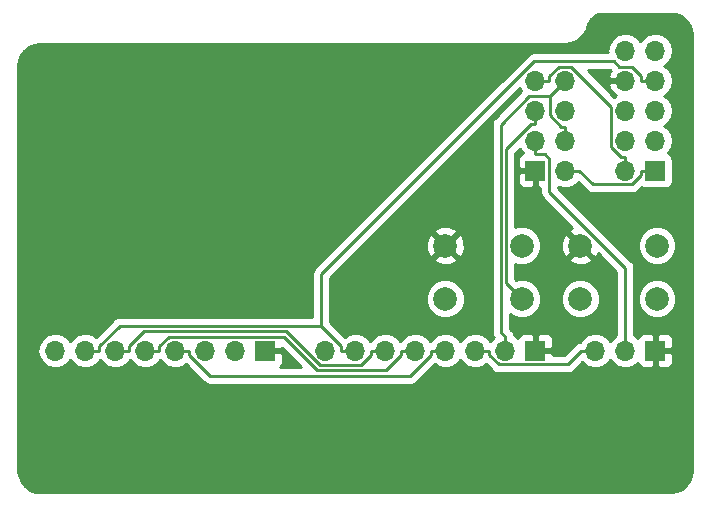
<source format=gbr>
G04 #@! TF.GenerationSoftware,KiCad,Pcbnew,5.0.2+dfsg1-1*
G04 #@! TF.CreationDate,2020-10-09T16:27:47-03:00*
G04 #@! TF.ProjectId,esp3d_anet,65737033-645f-4616-9e65-742e6b696361,rev?*
G04 #@! TF.SameCoordinates,Original*
G04 #@! TF.FileFunction,Copper,L2,Bot*
G04 #@! TF.FilePolarity,Positive*
%FSLAX46Y46*%
G04 Gerber Fmt 4.6, Leading zero omitted, Abs format (unit mm)*
G04 Created by KiCad (PCBNEW 5.0.2+dfsg1-1) date vie 09 oct 2020 16:27:47 -03*
%MOMM*%
%LPD*%
G01*
G04 APERTURE LIST*
G04 #@! TA.AperFunction,ComponentPad*
%ADD10R,1.700000X1.700000*%
G04 #@! TD*
G04 #@! TA.AperFunction,ComponentPad*
%ADD11O,1.700000X1.700000*%
G04 #@! TD*
G04 #@! TA.AperFunction,ComponentPad*
%ADD12C,2.000000*%
G04 #@! TD*
G04 #@! TA.AperFunction,Conductor*
%ADD13C,0.250000*%
G04 #@! TD*
G04 #@! TA.AperFunction,Conductor*
%ADD14C,0.254000*%
G04 #@! TD*
G04 APERTURE END LIST*
D10*
G04 #@! TO.P,ESP-01,1*
G04 #@! TO.N,GND*
X80010000Y-58420000D03*
D11*
G04 #@! TO.P,ESP-01,2*
G04 #@! TO.N,ESP_TX*
X82550000Y-58420000D03*
G04 #@! TO.P,ESP-01,3*
G04 #@! TO.N,LED_OUT*
X80010000Y-55880000D03*
G04 #@! TO.P,ESP-01,4*
G04 #@! TO.N,3V3*
X82550000Y-55880000D03*
G04 #@! TO.P,ESP-01,5*
G04 #@! TO.N,BOOT_MODE*
X80010000Y-53340000D03*
G04 #@! TO.P,ESP-01,6*
G04 #@! TO.N,RESET*
X82550000Y-53340000D03*
G04 #@! TO.P,ESP-01,7*
G04 #@! TO.N,ESP_RX*
X80010000Y-50800000D03*
G04 #@! TO.P,ESP-01,8*
G04 #@! TO.N,3V3*
X82550000Y-50800000D03*
G04 #@! TD*
D10*
G04 #@! TO.P,3D PRINTER,1*
G04 #@! TO.N,ESP_TX*
X90170000Y-58420000D03*
D11*
G04 #@! TO.P,3D PRINTER,2*
G04 #@! TO.N,ESP_RX*
X87630000Y-58420000D03*
G04 #@! TO.P,3D PRINTER,3*
G04 #@! TO.N,3D_MISO*
X90170000Y-55880000D03*
G04 #@! TO.P,3D PRINTER,4*
G04 #@! TO.N,5V*
X87630000Y-55880000D03*
G04 #@! TO.P,3D PRINTER,5*
G04 #@! TO.N,3D_SCK*
X90170000Y-53340000D03*
G04 #@! TO.P,3D PRINTER,6*
G04 #@! TO.N,3D_MOSI*
X87630000Y-53340000D03*
G04 #@! TO.P,3D PRINTER,7*
G04 #@! TO.N,3D_RESET*
X90170000Y-50800000D03*
G04 #@! TO.P,3D PRINTER,8*
G04 #@! TO.N,GND*
X87630000Y-50800000D03*
G04 #@! TO.P,3D PRINTER,9*
G04 #@! TO.N,3D_FAN*
X90170000Y-48260000D03*
G04 #@! TO.P,3D PRINTER,10*
G04 #@! TO.N,3V3*
X87630000Y-48260000D03*
G04 #@! TD*
D10*
G04 #@! TO.P,LED STRIP,1*
G04 #@! TO.N,GND*
X90170000Y-73660000D03*
D11*
G04 #@! TO.P,LED STRIP,2*
G04 #@! TO.N,LED_OUT*
X87630000Y-73660000D03*
G04 #@! TO.P,LED STRIP,3*
G04 #@! TO.N,5V*
X85090000Y-73660000D03*
G04 #@! TD*
D10*
G04 #@! TO.P,1 - FAN & SPI,1*
G04 #@! TO.N,GND*
X57150000Y-73660000D03*
D11*
G04 #@! TO.P,1 - FAN & SPI,2*
G04 #@! TO.N,3V3*
X54610000Y-73660000D03*
G04 #@! TO.P,1 - FAN & SPI,3*
G04 #@! TO.N,5V*
X52070000Y-73660000D03*
G04 #@! TO.P,1 - FAN & SPI,4*
G04 #@! TO.N,3D_SCK*
X49530000Y-73660000D03*
G04 #@! TO.P,1 - FAN & SPI,5*
G04 #@! TO.N,3D_MISO*
X46990000Y-73660000D03*
G04 #@! TO.P,1 - FAN & SPI,6*
G04 #@! TO.N,3D_MOSI*
X44450000Y-73660000D03*
G04 #@! TO.P,1 - FAN & SPI,7*
G04 #@! TO.N,3D_RESET*
X41910000Y-73660000D03*
G04 #@! TO.P,1 - FAN & SPI,8*
G04 #@! TO.N,3D_FAN*
X39370000Y-73660000D03*
G04 #@! TD*
G04 #@! TO.P,2 - FAN & SPI,8*
G04 #@! TO.N,3D_FAN*
X62230000Y-73660000D03*
G04 #@! TO.P,2 - FAN & SPI,7*
G04 #@! TO.N,3D_RESET*
X64770000Y-73660000D03*
G04 #@! TO.P,2 - FAN & SPI,6*
G04 #@! TO.N,3D_MOSI*
X67310000Y-73660000D03*
G04 #@! TO.P,2 - FAN & SPI,5*
G04 #@! TO.N,3D_MISO*
X69850000Y-73660000D03*
G04 #@! TO.P,2 - FAN & SPI,4*
G04 #@! TO.N,3D_SCK*
X72390000Y-73660000D03*
G04 #@! TO.P,2 - FAN & SPI,3*
G04 #@! TO.N,5V*
X74930000Y-73660000D03*
G04 #@! TO.P,2 - FAN & SPI,2*
G04 #@! TO.N,3V3*
X77470000Y-73660000D03*
D10*
G04 #@! TO.P,2 - FAN & SPI,1*
G04 #@! TO.N,GND*
X80010000Y-73660000D03*
G04 #@! TD*
D12*
G04 #@! TO.P,UPLOAD MODE,3*
G04 #@! TO.N,N/C*
X78890000Y-64770000D03*
G04 #@! TO.P,UPLOAD MODE,2*
G04 #@! TO.N,BOOT_MODE*
X78890000Y-69270000D03*
G04 #@! TO.P,UPLOAD MODE,1*
G04 #@! TO.N,GND*
X72390000Y-64770000D03*
G04 #@! TO.P,UPLOAD MODE,4*
G04 #@! TO.N,N/C*
X72390000Y-69270000D03*
G04 #@! TD*
G04 #@! TO.P,RESET,4*
G04 #@! TO.N,N/C*
X83820000Y-69270000D03*
G04 #@! TO.P,RESET,1*
G04 #@! TO.N,GND*
X83820000Y-64770000D03*
G04 #@! TO.P,RESET,2*
G04 #@! TO.N,RESET*
X90320000Y-69270000D03*
G04 #@! TO.P,RESET,3*
G04 #@! TO.N,N/C*
X90320000Y-64770000D03*
G04 #@! TD*
D13*
G04 #@! TO.N,GND*
X80010000Y-72484700D02*
X80597700Y-71897000D01*
X80597700Y-71897000D02*
X80597700Y-67992300D01*
X80597700Y-67992300D02*
X83820000Y-64770000D01*
X83820000Y-64770000D02*
X80010000Y-60960000D01*
X80010000Y-60960000D02*
X80010000Y-58420000D01*
X80010000Y-73660000D02*
X80010000Y-72484700D01*
G04 #@! TO.N,ESP_TX*
X82550000Y-58420000D02*
X83725300Y-58420000D01*
X90170000Y-58420000D02*
X88994700Y-58420000D01*
X88994700Y-58420000D02*
X88994700Y-58787300D01*
X88994700Y-58787300D02*
X88186700Y-59595300D01*
X88186700Y-59595300D02*
X84900600Y-59595300D01*
X84900600Y-59595300D02*
X83725300Y-58420000D01*
G04 #@! TO.N,LED_OUT*
X87630000Y-73660000D02*
X87630000Y-72484700D01*
X80010000Y-57055300D02*
X80818100Y-57055300D01*
X80818100Y-57055300D02*
X81185300Y-57422500D01*
X81185300Y-57422500D02*
X81185300Y-60220800D01*
X81185300Y-60220800D02*
X87630000Y-66665500D01*
X87630000Y-66665500D02*
X87630000Y-72484700D01*
X80010000Y-55880000D02*
X80010000Y-57055300D01*
G04 #@! TO.N,3V3*
X81212200Y-52137800D02*
X79490800Y-52137800D01*
X79490800Y-52137800D02*
X77096800Y-54531800D01*
X77096800Y-54531800D02*
X77096800Y-72111500D01*
X77096800Y-72111500D02*
X77470000Y-72484700D01*
X82550000Y-50800000D02*
X81212200Y-52137800D01*
X81212200Y-52137800D02*
X81212200Y-53734200D01*
X81212200Y-53734200D02*
X82182700Y-54704700D01*
X82182700Y-54704700D02*
X82550000Y-54704700D01*
X82550000Y-55880000D02*
X82550000Y-54704700D01*
X77470000Y-73660000D02*
X77470000Y-72484700D01*
G04 #@! TO.N,BOOT_MODE*
X80010000Y-53340000D02*
X80010000Y-54515300D01*
X78890000Y-69270000D02*
X77550000Y-67930000D01*
X77550000Y-67930000D02*
X77550000Y-56608000D01*
X77550000Y-56608000D02*
X79642700Y-54515300D01*
X79642700Y-54515300D02*
X80010000Y-54515300D01*
G04 #@! TO.N,ESP_RX*
X80010000Y-50800000D02*
X81185300Y-50800000D01*
X87630000Y-58420000D02*
X87630000Y-57244700D01*
X87630000Y-57244700D02*
X87262600Y-57244700D01*
X87262600Y-57244700D02*
X86454700Y-56436800D01*
X86454700Y-56436800D02*
X86454700Y-53023100D01*
X86454700Y-53023100D02*
X83056300Y-49624700D01*
X83056300Y-49624700D02*
X81993200Y-49624700D01*
X81993200Y-49624700D02*
X81185300Y-50432600D01*
X81185300Y-50432600D02*
X81185300Y-50800000D01*
G04 #@! TO.N,3D_MISO*
X46990000Y-73660000D02*
X48165300Y-73660000D01*
X69850000Y-73660000D02*
X68674700Y-73660000D01*
X68674700Y-73660000D02*
X68674700Y-74027300D01*
X68674700Y-74027300D02*
X67357800Y-75344200D01*
X67357800Y-75344200D02*
X61559400Y-75344200D01*
X61559400Y-75344200D02*
X58699900Y-72484700D01*
X58699900Y-72484700D02*
X48973200Y-72484700D01*
X48973200Y-72484700D02*
X48165300Y-73292600D01*
X48165300Y-73292600D02*
X48165300Y-73660000D01*
G04 #@! TO.N,5V*
X85090000Y-73660000D02*
X83914700Y-73660000D01*
X74930000Y-73660000D02*
X76105300Y-73660000D01*
X76105300Y-73660000D02*
X76105300Y-74027300D01*
X76105300Y-74027300D02*
X76913300Y-74835300D01*
X76913300Y-74835300D02*
X82739400Y-74835300D01*
X82739400Y-74835300D02*
X83914700Y-73660000D01*
G04 #@! TO.N,3D_SCK*
X49530000Y-73660000D02*
X50705300Y-73660000D01*
X72390000Y-73660000D02*
X71214700Y-73660000D01*
X71214700Y-73660000D02*
X71214700Y-74027300D01*
X71214700Y-74027300D02*
X69433500Y-75808500D01*
X69433500Y-75808500D02*
X52486500Y-75808500D01*
X52486500Y-75808500D02*
X50705300Y-74027300D01*
X50705300Y-74027300D02*
X50705300Y-73660000D01*
G04 #@! TO.N,3D_MOSI*
X44450000Y-73660000D02*
X45625300Y-73660000D01*
X67310000Y-73660000D02*
X66134700Y-73660000D01*
X66134700Y-73660000D02*
X66134700Y-74027300D01*
X66134700Y-74027300D02*
X65286300Y-74875700D01*
X65286300Y-74875700D02*
X61783500Y-74875700D01*
X61783500Y-74875700D02*
X58926300Y-72018500D01*
X58926300Y-72018500D02*
X46899500Y-72018500D01*
X46899500Y-72018500D02*
X45625300Y-73292700D01*
X45625300Y-73292700D02*
X45625300Y-73660000D01*
G04 #@! TO.N,3D_RESET*
X61868700Y-71568100D02*
X63594700Y-73294100D01*
X63594700Y-73294100D02*
X63594700Y-73660000D01*
X43085300Y-73660000D02*
X43085300Y-73292700D01*
X43085300Y-73292700D02*
X44809900Y-71568100D01*
X44809900Y-71568100D02*
X61868700Y-71568100D01*
X61868700Y-71568100D02*
X61868700Y-67204100D01*
X61868700Y-67204100D02*
X79906700Y-49166100D01*
X79906700Y-49166100D02*
X86635900Y-49166100D01*
X86635900Y-49166100D02*
X87094500Y-49624700D01*
X87094500Y-49624700D02*
X88186800Y-49624700D01*
X88186800Y-49624700D02*
X88994700Y-50432600D01*
X88994700Y-50432600D02*
X88994700Y-50800000D01*
X90170000Y-50800000D02*
X88994700Y-50800000D01*
X41910000Y-73660000D02*
X43085300Y-73660000D01*
X64770000Y-73660000D02*
X63594700Y-73660000D01*
G04 #@! TD*
D14*
G04 #@! TO.N,GND*
G36*
X91899967Y-45198552D02*
X92331029Y-45369222D01*
X92706108Y-45641732D01*
X93001633Y-45998960D01*
X93199032Y-46418454D01*
X93292019Y-46905913D01*
X93295001Y-47000792D01*
X93295000Y-83776907D01*
X93231448Y-84279967D01*
X93060777Y-84711031D01*
X92788267Y-85086109D01*
X92431040Y-85381633D01*
X92011546Y-85579032D01*
X91524087Y-85672019D01*
X91429240Y-85675000D01*
X38143093Y-85675000D01*
X37640033Y-85611448D01*
X37208969Y-85440777D01*
X36833891Y-85168267D01*
X36538367Y-84811040D01*
X36340968Y-84391546D01*
X36247981Y-83904087D01*
X36245000Y-83809240D01*
X36245000Y-73660000D01*
X37855908Y-73660000D01*
X37971161Y-74239418D01*
X38299375Y-74730625D01*
X38790582Y-75058839D01*
X39223744Y-75145000D01*
X39516256Y-75145000D01*
X39949418Y-75058839D01*
X40440625Y-74730625D01*
X40640000Y-74432239D01*
X40839375Y-74730625D01*
X41330582Y-75058839D01*
X41763744Y-75145000D01*
X42056256Y-75145000D01*
X42489418Y-75058839D01*
X42980625Y-74730625D01*
X43180000Y-74432239D01*
X43379375Y-74730625D01*
X43870582Y-75058839D01*
X44303744Y-75145000D01*
X44596256Y-75145000D01*
X45029418Y-75058839D01*
X45520625Y-74730625D01*
X45720000Y-74432239D01*
X45919375Y-74730625D01*
X46410582Y-75058839D01*
X46843744Y-75145000D01*
X47136256Y-75145000D01*
X47569418Y-75058839D01*
X48060625Y-74730625D01*
X48260000Y-74432239D01*
X48459375Y-74730625D01*
X48950582Y-75058839D01*
X49383744Y-75145000D01*
X49676256Y-75145000D01*
X50109418Y-75058839D01*
X50440689Y-74837491D01*
X51896171Y-76292973D01*
X51938571Y-76356429D01*
X52189963Y-76524404D01*
X52411648Y-76568500D01*
X52411652Y-76568500D01*
X52486499Y-76583388D01*
X52561346Y-76568500D01*
X69358653Y-76568500D01*
X69433500Y-76583388D01*
X69508347Y-76568500D01*
X69508352Y-76568500D01*
X69730037Y-76524404D01*
X69981429Y-76356429D01*
X70023831Y-76292970D01*
X71479311Y-74837491D01*
X71810582Y-75058839D01*
X72243744Y-75145000D01*
X72536256Y-75145000D01*
X72969418Y-75058839D01*
X73460625Y-74730625D01*
X73660000Y-74432239D01*
X73859375Y-74730625D01*
X74350582Y-75058839D01*
X74783744Y-75145000D01*
X75076256Y-75145000D01*
X75509418Y-75058839D01*
X75840689Y-74837491D01*
X76322971Y-75319773D01*
X76365371Y-75383229D01*
X76616763Y-75551204D01*
X76838448Y-75595300D01*
X76838452Y-75595300D01*
X76913300Y-75610188D01*
X76988148Y-75595300D01*
X82664553Y-75595300D01*
X82739400Y-75610188D01*
X82814247Y-75595300D01*
X82814252Y-75595300D01*
X83035937Y-75551204D01*
X83287329Y-75383229D01*
X83329731Y-75319770D01*
X83979121Y-74670381D01*
X84019375Y-74730625D01*
X84510582Y-75058839D01*
X84943744Y-75145000D01*
X85236256Y-75145000D01*
X85669418Y-75058839D01*
X86160625Y-74730625D01*
X86360000Y-74432239D01*
X86559375Y-74730625D01*
X87050582Y-75058839D01*
X87483744Y-75145000D01*
X87776256Y-75145000D01*
X88209418Y-75058839D01*
X88700625Y-74730625D01*
X88715096Y-74708967D01*
X88781673Y-74869698D01*
X88960301Y-75048327D01*
X89193690Y-75145000D01*
X89884250Y-75145000D01*
X90043000Y-74986250D01*
X90043000Y-73787000D01*
X90297000Y-73787000D01*
X90297000Y-74986250D01*
X90455750Y-75145000D01*
X91146310Y-75145000D01*
X91379699Y-75048327D01*
X91558327Y-74869698D01*
X91655000Y-74636309D01*
X91655000Y-73945750D01*
X91496250Y-73787000D01*
X90297000Y-73787000D01*
X90043000Y-73787000D01*
X90023000Y-73787000D01*
X90023000Y-73533000D01*
X90043000Y-73533000D01*
X90043000Y-72333750D01*
X90297000Y-72333750D01*
X90297000Y-73533000D01*
X91496250Y-73533000D01*
X91655000Y-73374250D01*
X91655000Y-72683691D01*
X91558327Y-72450302D01*
X91379699Y-72271673D01*
X91146310Y-72175000D01*
X90455750Y-72175000D01*
X90297000Y-72333750D01*
X90043000Y-72333750D01*
X89884250Y-72175000D01*
X89193690Y-72175000D01*
X88960301Y-72271673D01*
X88781673Y-72450302D01*
X88715096Y-72611033D01*
X88700625Y-72589375D01*
X88390000Y-72381822D01*
X88390000Y-68944778D01*
X88685000Y-68944778D01*
X88685000Y-69595222D01*
X88933914Y-70196153D01*
X89393847Y-70656086D01*
X89994778Y-70905000D01*
X90645222Y-70905000D01*
X91246153Y-70656086D01*
X91706086Y-70196153D01*
X91955000Y-69595222D01*
X91955000Y-68944778D01*
X91706086Y-68343847D01*
X91246153Y-67883914D01*
X90645222Y-67635000D01*
X89994778Y-67635000D01*
X89393847Y-67883914D01*
X88933914Y-68343847D01*
X88685000Y-68944778D01*
X88390000Y-68944778D01*
X88390000Y-66740346D01*
X88404888Y-66665499D01*
X88390000Y-66590652D01*
X88390000Y-66590648D01*
X88345904Y-66368963D01*
X88177929Y-66117571D01*
X88114473Y-66075171D01*
X86484080Y-64444778D01*
X88685000Y-64444778D01*
X88685000Y-65095222D01*
X88933914Y-65696153D01*
X89393847Y-66156086D01*
X89994778Y-66405000D01*
X90645222Y-66405000D01*
X91246153Y-66156086D01*
X91706086Y-65696153D01*
X91955000Y-65095222D01*
X91955000Y-64444778D01*
X91706086Y-63843847D01*
X91246153Y-63383914D01*
X90645222Y-63135000D01*
X89994778Y-63135000D01*
X89393847Y-63383914D01*
X88933914Y-63843847D01*
X88685000Y-64444778D01*
X86484080Y-64444778D01*
X81945300Y-59905999D01*
X81945300Y-59801946D01*
X81970582Y-59818839D01*
X82403744Y-59905000D01*
X82696256Y-59905000D01*
X83129418Y-59818839D01*
X83620625Y-59490625D01*
X83660879Y-59430380D01*
X84310271Y-60079773D01*
X84352671Y-60143229D01*
X84604063Y-60311204D01*
X84825748Y-60355300D01*
X84825752Y-60355300D01*
X84900599Y-60370188D01*
X84975446Y-60355300D01*
X88111853Y-60355300D01*
X88186700Y-60370188D01*
X88261547Y-60355300D01*
X88261552Y-60355300D01*
X88483237Y-60311204D01*
X88734629Y-60143229D01*
X88777031Y-60079770D01*
X89022126Y-59834675D01*
X89072235Y-59868157D01*
X89320000Y-59917440D01*
X91020000Y-59917440D01*
X91267765Y-59868157D01*
X91477809Y-59727809D01*
X91618157Y-59517765D01*
X91667440Y-59270000D01*
X91667440Y-57570000D01*
X91618157Y-57322235D01*
X91477809Y-57112191D01*
X91267765Y-56971843D01*
X91222381Y-56962816D01*
X91240625Y-56950625D01*
X91568839Y-56459418D01*
X91684092Y-55880000D01*
X91568839Y-55300582D01*
X91240625Y-54809375D01*
X90942239Y-54610000D01*
X91240625Y-54410625D01*
X91568839Y-53919418D01*
X91684092Y-53340000D01*
X91568839Y-52760582D01*
X91240625Y-52269375D01*
X90942239Y-52070000D01*
X91240625Y-51870625D01*
X91568839Y-51379418D01*
X91684092Y-50800000D01*
X91568839Y-50220582D01*
X91240625Y-49729375D01*
X90942239Y-49530000D01*
X91240625Y-49330625D01*
X91568839Y-48839418D01*
X91684092Y-48260000D01*
X91568839Y-47680582D01*
X91240625Y-47189375D01*
X90749418Y-46861161D01*
X90316256Y-46775000D01*
X90023744Y-46775000D01*
X89590582Y-46861161D01*
X89099375Y-47189375D01*
X88900000Y-47487761D01*
X88700625Y-47189375D01*
X88209418Y-46861161D01*
X87776256Y-46775000D01*
X87483744Y-46775000D01*
X87050582Y-46861161D01*
X86559375Y-47189375D01*
X86231161Y-47680582D01*
X86115908Y-48260000D01*
X86144969Y-48406100D01*
X79981546Y-48406100D01*
X79906699Y-48391212D01*
X79831852Y-48406100D01*
X79831848Y-48406100D01*
X79610163Y-48450196D01*
X79358771Y-48618171D01*
X79316371Y-48681627D01*
X61384228Y-66613771D01*
X61320772Y-66656171D01*
X61278372Y-66719627D01*
X61278371Y-66719628D01*
X61152797Y-66907563D01*
X61093812Y-67204100D01*
X61108701Y-67278952D01*
X61108700Y-70808100D01*
X44884748Y-70808100D01*
X44809900Y-70793212D01*
X44735052Y-70808100D01*
X44735048Y-70808100D01*
X44561505Y-70842620D01*
X44513362Y-70852196D01*
X44434336Y-70905000D01*
X44261971Y-71020171D01*
X44219571Y-71083627D01*
X42820689Y-72482509D01*
X42489418Y-72261161D01*
X42056256Y-72175000D01*
X41763744Y-72175000D01*
X41330582Y-72261161D01*
X40839375Y-72589375D01*
X40640000Y-72887761D01*
X40440625Y-72589375D01*
X39949418Y-72261161D01*
X39516256Y-72175000D01*
X39223744Y-72175000D01*
X38790582Y-72261161D01*
X38299375Y-72589375D01*
X37971161Y-73080582D01*
X37855908Y-73660000D01*
X36245000Y-73660000D01*
X36245000Y-49573101D01*
X36308552Y-49070033D01*
X36479222Y-48638971D01*
X36751732Y-48263892D01*
X37108960Y-47968367D01*
X37528454Y-47770968D01*
X38015913Y-47677981D01*
X38110760Y-47675000D01*
X82617462Y-47675000D01*
X82646953Y-47669134D01*
X82830234Y-47653099D01*
X82916680Y-47629936D01*
X83004817Y-47614395D01*
X83419285Y-47463541D01*
X83625310Y-47344592D01*
X83963186Y-47061080D01*
X84040883Y-46968484D01*
X84116103Y-46878841D01*
X84336636Y-46496868D01*
X84337495Y-46494510D01*
X84363358Y-46423450D01*
X84418003Y-46273316D01*
X84418003Y-46273314D01*
X84469889Y-45979051D01*
X84721988Y-45597665D01*
X85111457Y-45237834D01*
X85281255Y-45135000D01*
X91396899Y-45135000D01*
X91899967Y-45198552D01*
X91899967Y-45198552D01*
G37*
X91899967Y-45198552D02*
X92331029Y-45369222D01*
X92706108Y-45641732D01*
X93001633Y-45998960D01*
X93199032Y-46418454D01*
X93292019Y-46905913D01*
X93295001Y-47000792D01*
X93295000Y-83776907D01*
X93231448Y-84279967D01*
X93060777Y-84711031D01*
X92788267Y-85086109D01*
X92431040Y-85381633D01*
X92011546Y-85579032D01*
X91524087Y-85672019D01*
X91429240Y-85675000D01*
X38143093Y-85675000D01*
X37640033Y-85611448D01*
X37208969Y-85440777D01*
X36833891Y-85168267D01*
X36538367Y-84811040D01*
X36340968Y-84391546D01*
X36247981Y-83904087D01*
X36245000Y-83809240D01*
X36245000Y-73660000D01*
X37855908Y-73660000D01*
X37971161Y-74239418D01*
X38299375Y-74730625D01*
X38790582Y-75058839D01*
X39223744Y-75145000D01*
X39516256Y-75145000D01*
X39949418Y-75058839D01*
X40440625Y-74730625D01*
X40640000Y-74432239D01*
X40839375Y-74730625D01*
X41330582Y-75058839D01*
X41763744Y-75145000D01*
X42056256Y-75145000D01*
X42489418Y-75058839D01*
X42980625Y-74730625D01*
X43180000Y-74432239D01*
X43379375Y-74730625D01*
X43870582Y-75058839D01*
X44303744Y-75145000D01*
X44596256Y-75145000D01*
X45029418Y-75058839D01*
X45520625Y-74730625D01*
X45720000Y-74432239D01*
X45919375Y-74730625D01*
X46410582Y-75058839D01*
X46843744Y-75145000D01*
X47136256Y-75145000D01*
X47569418Y-75058839D01*
X48060625Y-74730625D01*
X48260000Y-74432239D01*
X48459375Y-74730625D01*
X48950582Y-75058839D01*
X49383744Y-75145000D01*
X49676256Y-75145000D01*
X50109418Y-75058839D01*
X50440689Y-74837491D01*
X51896171Y-76292973D01*
X51938571Y-76356429D01*
X52189963Y-76524404D01*
X52411648Y-76568500D01*
X52411652Y-76568500D01*
X52486499Y-76583388D01*
X52561346Y-76568500D01*
X69358653Y-76568500D01*
X69433500Y-76583388D01*
X69508347Y-76568500D01*
X69508352Y-76568500D01*
X69730037Y-76524404D01*
X69981429Y-76356429D01*
X70023831Y-76292970D01*
X71479311Y-74837491D01*
X71810582Y-75058839D01*
X72243744Y-75145000D01*
X72536256Y-75145000D01*
X72969418Y-75058839D01*
X73460625Y-74730625D01*
X73660000Y-74432239D01*
X73859375Y-74730625D01*
X74350582Y-75058839D01*
X74783744Y-75145000D01*
X75076256Y-75145000D01*
X75509418Y-75058839D01*
X75840689Y-74837491D01*
X76322971Y-75319773D01*
X76365371Y-75383229D01*
X76616763Y-75551204D01*
X76838448Y-75595300D01*
X76838452Y-75595300D01*
X76913300Y-75610188D01*
X76988148Y-75595300D01*
X82664553Y-75595300D01*
X82739400Y-75610188D01*
X82814247Y-75595300D01*
X82814252Y-75595300D01*
X83035937Y-75551204D01*
X83287329Y-75383229D01*
X83329731Y-75319770D01*
X83979121Y-74670381D01*
X84019375Y-74730625D01*
X84510582Y-75058839D01*
X84943744Y-75145000D01*
X85236256Y-75145000D01*
X85669418Y-75058839D01*
X86160625Y-74730625D01*
X86360000Y-74432239D01*
X86559375Y-74730625D01*
X87050582Y-75058839D01*
X87483744Y-75145000D01*
X87776256Y-75145000D01*
X88209418Y-75058839D01*
X88700625Y-74730625D01*
X88715096Y-74708967D01*
X88781673Y-74869698D01*
X88960301Y-75048327D01*
X89193690Y-75145000D01*
X89884250Y-75145000D01*
X90043000Y-74986250D01*
X90043000Y-73787000D01*
X90297000Y-73787000D01*
X90297000Y-74986250D01*
X90455750Y-75145000D01*
X91146310Y-75145000D01*
X91379699Y-75048327D01*
X91558327Y-74869698D01*
X91655000Y-74636309D01*
X91655000Y-73945750D01*
X91496250Y-73787000D01*
X90297000Y-73787000D01*
X90043000Y-73787000D01*
X90023000Y-73787000D01*
X90023000Y-73533000D01*
X90043000Y-73533000D01*
X90043000Y-72333750D01*
X90297000Y-72333750D01*
X90297000Y-73533000D01*
X91496250Y-73533000D01*
X91655000Y-73374250D01*
X91655000Y-72683691D01*
X91558327Y-72450302D01*
X91379699Y-72271673D01*
X91146310Y-72175000D01*
X90455750Y-72175000D01*
X90297000Y-72333750D01*
X90043000Y-72333750D01*
X89884250Y-72175000D01*
X89193690Y-72175000D01*
X88960301Y-72271673D01*
X88781673Y-72450302D01*
X88715096Y-72611033D01*
X88700625Y-72589375D01*
X88390000Y-72381822D01*
X88390000Y-68944778D01*
X88685000Y-68944778D01*
X88685000Y-69595222D01*
X88933914Y-70196153D01*
X89393847Y-70656086D01*
X89994778Y-70905000D01*
X90645222Y-70905000D01*
X91246153Y-70656086D01*
X91706086Y-70196153D01*
X91955000Y-69595222D01*
X91955000Y-68944778D01*
X91706086Y-68343847D01*
X91246153Y-67883914D01*
X90645222Y-67635000D01*
X89994778Y-67635000D01*
X89393847Y-67883914D01*
X88933914Y-68343847D01*
X88685000Y-68944778D01*
X88390000Y-68944778D01*
X88390000Y-66740346D01*
X88404888Y-66665499D01*
X88390000Y-66590652D01*
X88390000Y-66590648D01*
X88345904Y-66368963D01*
X88177929Y-66117571D01*
X88114473Y-66075171D01*
X86484080Y-64444778D01*
X88685000Y-64444778D01*
X88685000Y-65095222D01*
X88933914Y-65696153D01*
X89393847Y-66156086D01*
X89994778Y-66405000D01*
X90645222Y-66405000D01*
X91246153Y-66156086D01*
X91706086Y-65696153D01*
X91955000Y-65095222D01*
X91955000Y-64444778D01*
X91706086Y-63843847D01*
X91246153Y-63383914D01*
X90645222Y-63135000D01*
X89994778Y-63135000D01*
X89393847Y-63383914D01*
X88933914Y-63843847D01*
X88685000Y-64444778D01*
X86484080Y-64444778D01*
X81945300Y-59905999D01*
X81945300Y-59801946D01*
X81970582Y-59818839D01*
X82403744Y-59905000D01*
X82696256Y-59905000D01*
X83129418Y-59818839D01*
X83620625Y-59490625D01*
X83660879Y-59430380D01*
X84310271Y-60079773D01*
X84352671Y-60143229D01*
X84604063Y-60311204D01*
X84825748Y-60355300D01*
X84825752Y-60355300D01*
X84900599Y-60370188D01*
X84975446Y-60355300D01*
X88111853Y-60355300D01*
X88186700Y-60370188D01*
X88261547Y-60355300D01*
X88261552Y-60355300D01*
X88483237Y-60311204D01*
X88734629Y-60143229D01*
X88777031Y-60079770D01*
X89022126Y-59834675D01*
X89072235Y-59868157D01*
X89320000Y-59917440D01*
X91020000Y-59917440D01*
X91267765Y-59868157D01*
X91477809Y-59727809D01*
X91618157Y-59517765D01*
X91667440Y-59270000D01*
X91667440Y-57570000D01*
X91618157Y-57322235D01*
X91477809Y-57112191D01*
X91267765Y-56971843D01*
X91222381Y-56962816D01*
X91240625Y-56950625D01*
X91568839Y-56459418D01*
X91684092Y-55880000D01*
X91568839Y-55300582D01*
X91240625Y-54809375D01*
X90942239Y-54610000D01*
X91240625Y-54410625D01*
X91568839Y-53919418D01*
X91684092Y-53340000D01*
X91568839Y-52760582D01*
X91240625Y-52269375D01*
X90942239Y-52070000D01*
X91240625Y-51870625D01*
X91568839Y-51379418D01*
X91684092Y-50800000D01*
X91568839Y-50220582D01*
X91240625Y-49729375D01*
X90942239Y-49530000D01*
X91240625Y-49330625D01*
X91568839Y-48839418D01*
X91684092Y-48260000D01*
X91568839Y-47680582D01*
X91240625Y-47189375D01*
X90749418Y-46861161D01*
X90316256Y-46775000D01*
X90023744Y-46775000D01*
X89590582Y-46861161D01*
X89099375Y-47189375D01*
X88900000Y-47487761D01*
X88700625Y-47189375D01*
X88209418Y-46861161D01*
X87776256Y-46775000D01*
X87483744Y-46775000D01*
X87050582Y-46861161D01*
X86559375Y-47189375D01*
X86231161Y-47680582D01*
X86115908Y-48260000D01*
X86144969Y-48406100D01*
X79981546Y-48406100D01*
X79906699Y-48391212D01*
X79831852Y-48406100D01*
X79831848Y-48406100D01*
X79610163Y-48450196D01*
X79358771Y-48618171D01*
X79316371Y-48681627D01*
X61384228Y-66613771D01*
X61320772Y-66656171D01*
X61278372Y-66719627D01*
X61278371Y-66719628D01*
X61152797Y-66907563D01*
X61093812Y-67204100D01*
X61108701Y-67278952D01*
X61108700Y-70808100D01*
X44884748Y-70808100D01*
X44809900Y-70793212D01*
X44735052Y-70808100D01*
X44735048Y-70808100D01*
X44561505Y-70842620D01*
X44513362Y-70852196D01*
X44434336Y-70905000D01*
X44261971Y-71020171D01*
X44219571Y-71083627D01*
X42820689Y-72482509D01*
X42489418Y-72261161D01*
X42056256Y-72175000D01*
X41763744Y-72175000D01*
X41330582Y-72261161D01*
X40839375Y-72589375D01*
X40640000Y-72887761D01*
X40440625Y-72589375D01*
X39949418Y-72261161D01*
X39516256Y-72175000D01*
X39223744Y-72175000D01*
X38790582Y-72261161D01*
X38299375Y-72589375D01*
X37971161Y-73080582D01*
X37855908Y-73660000D01*
X36245000Y-73660000D01*
X36245000Y-49573101D01*
X36308552Y-49070033D01*
X36479222Y-48638971D01*
X36751732Y-48263892D01*
X37108960Y-47968367D01*
X37528454Y-47770968D01*
X38015913Y-47677981D01*
X38110760Y-47675000D01*
X82617462Y-47675000D01*
X82646953Y-47669134D01*
X82830234Y-47653099D01*
X82916680Y-47629936D01*
X83004817Y-47614395D01*
X83419285Y-47463541D01*
X83625310Y-47344592D01*
X83963186Y-47061080D01*
X84040883Y-46968484D01*
X84116103Y-46878841D01*
X84336636Y-46496868D01*
X84337495Y-46494510D01*
X84363358Y-46423450D01*
X84418003Y-46273316D01*
X84418003Y-46273314D01*
X84469889Y-45979051D01*
X84721988Y-45597665D01*
X85111457Y-45237834D01*
X85281255Y-45135000D01*
X91396899Y-45135000D01*
X91899967Y-45198552D01*
G36*
X60188898Y-75048500D02*
X58359281Y-75048500D01*
X58359699Y-75048327D01*
X58538327Y-74869698D01*
X58635000Y-74636309D01*
X58635000Y-73945750D01*
X58476250Y-73787000D01*
X57277000Y-73787000D01*
X57277000Y-73807000D01*
X57023000Y-73807000D01*
X57023000Y-73787000D01*
X57003000Y-73787000D01*
X57003000Y-73533000D01*
X57023000Y-73533000D01*
X57023000Y-73513000D01*
X57277000Y-73513000D01*
X57277000Y-73533000D01*
X58476250Y-73533000D01*
X58574824Y-73434426D01*
X60188898Y-75048500D01*
X60188898Y-75048500D01*
G37*
X60188898Y-75048500D02*
X58359281Y-75048500D01*
X58359699Y-75048327D01*
X58538327Y-74869698D01*
X58635000Y-74636309D01*
X58635000Y-73945750D01*
X58476250Y-73787000D01*
X57277000Y-73787000D01*
X57277000Y-73807000D01*
X57023000Y-73807000D01*
X57023000Y-73787000D01*
X57003000Y-73787000D01*
X57003000Y-73533000D01*
X57023000Y-73533000D01*
X57023000Y-73513000D01*
X57277000Y-73513000D01*
X57277000Y-73533000D01*
X58476250Y-73533000D01*
X58574824Y-73434426D01*
X60188898Y-75048500D01*
G36*
X78939375Y-56950625D02*
X78961033Y-56965096D01*
X78800302Y-57031673D01*
X78621673Y-57210301D01*
X78525000Y-57443690D01*
X78525000Y-58134250D01*
X78683750Y-58293000D01*
X79883000Y-58293000D01*
X79883000Y-58273000D01*
X80137000Y-58273000D01*
X80137000Y-58293000D01*
X80157000Y-58293000D01*
X80157000Y-58547000D01*
X80137000Y-58547000D01*
X80137000Y-59746250D01*
X80295750Y-59905000D01*
X80425301Y-59905000D01*
X80425301Y-60145948D01*
X80410412Y-60220800D01*
X80425301Y-60295652D01*
X80469397Y-60517337D01*
X80637372Y-60768729D01*
X80700828Y-60811129D01*
X83154032Y-63264334D01*
X82945736Y-63350613D01*
X82847073Y-63617468D01*
X83820000Y-64590395D01*
X83834143Y-64576253D01*
X84013748Y-64755858D01*
X83999605Y-64770000D01*
X84972532Y-65742927D01*
X85239387Y-65644264D01*
X85319181Y-65429483D01*
X86870000Y-66980302D01*
X86870001Y-72381821D01*
X86559375Y-72589375D01*
X86360000Y-72887761D01*
X86160625Y-72589375D01*
X85669418Y-72261161D01*
X85236256Y-72175000D01*
X84943744Y-72175000D01*
X84510582Y-72261161D01*
X84019375Y-72589375D01*
X83807526Y-72906429D01*
X83618163Y-72944096D01*
X83366771Y-73112071D01*
X83324371Y-73175527D01*
X82424599Y-74075300D01*
X81495000Y-74075300D01*
X81495000Y-73945750D01*
X81336250Y-73787000D01*
X80137000Y-73787000D01*
X80137000Y-73807000D01*
X79883000Y-73807000D01*
X79883000Y-73787000D01*
X79863000Y-73787000D01*
X79863000Y-73533000D01*
X79883000Y-73533000D01*
X79883000Y-72333750D01*
X80137000Y-72333750D01*
X80137000Y-73533000D01*
X81336250Y-73533000D01*
X81495000Y-73374250D01*
X81495000Y-72683691D01*
X81398327Y-72450302D01*
X81219699Y-72271673D01*
X80986310Y-72175000D01*
X80295750Y-72175000D01*
X80137000Y-72333750D01*
X79883000Y-72333750D01*
X79724250Y-72175000D01*
X79033690Y-72175000D01*
X78800301Y-72271673D01*
X78621673Y-72450302D01*
X78555096Y-72611033D01*
X78540625Y-72589375D01*
X78223571Y-72377526D01*
X78185904Y-72188163D01*
X78017929Y-71936771D01*
X77954470Y-71894369D01*
X77856800Y-71796699D01*
X77856800Y-70549039D01*
X77963847Y-70656086D01*
X78564778Y-70905000D01*
X79215222Y-70905000D01*
X79816153Y-70656086D01*
X80276086Y-70196153D01*
X80525000Y-69595222D01*
X80525000Y-68944778D01*
X82185000Y-68944778D01*
X82185000Y-69595222D01*
X82433914Y-70196153D01*
X82893847Y-70656086D01*
X83494778Y-70905000D01*
X84145222Y-70905000D01*
X84746153Y-70656086D01*
X85206086Y-70196153D01*
X85455000Y-69595222D01*
X85455000Y-68944778D01*
X85206086Y-68343847D01*
X84746153Y-67883914D01*
X84145222Y-67635000D01*
X83494778Y-67635000D01*
X82893847Y-67883914D01*
X82433914Y-68343847D01*
X82185000Y-68944778D01*
X80525000Y-68944778D01*
X80276086Y-68343847D01*
X79816153Y-67883914D01*
X79215222Y-67635000D01*
X78564778Y-67635000D01*
X78398624Y-67703823D01*
X78310000Y-67615199D01*
X78310000Y-66299467D01*
X78564778Y-66405000D01*
X79215222Y-66405000D01*
X79816153Y-66156086D01*
X80049707Y-65922532D01*
X82847073Y-65922532D01*
X82945736Y-66189387D01*
X83555461Y-66415908D01*
X84205460Y-66391856D01*
X84694264Y-66189387D01*
X84792927Y-65922532D01*
X83820000Y-64949605D01*
X82847073Y-65922532D01*
X80049707Y-65922532D01*
X80276086Y-65696153D01*
X80525000Y-65095222D01*
X80525000Y-64505461D01*
X82174092Y-64505461D01*
X82198144Y-65155460D01*
X82400613Y-65644264D01*
X82667468Y-65742927D01*
X83640395Y-64770000D01*
X82667468Y-63797073D01*
X82400613Y-63895736D01*
X82174092Y-64505461D01*
X80525000Y-64505461D01*
X80525000Y-64444778D01*
X80276086Y-63843847D01*
X79816153Y-63383914D01*
X79215222Y-63135000D01*
X78564778Y-63135000D01*
X78310000Y-63240533D01*
X78310000Y-58705750D01*
X78525000Y-58705750D01*
X78525000Y-59396310D01*
X78621673Y-59629699D01*
X78800302Y-59808327D01*
X79033691Y-59905000D01*
X79724250Y-59905000D01*
X79883000Y-59746250D01*
X79883000Y-58547000D01*
X78683750Y-58547000D01*
X78525000Y-58705750D01*
X78310000Y-58705750D01*
X78310000Y-56922801D01*
X78676138Y-56556663D01*
X78939375Y-56950625D01*
X78939375Y-56950625D01*
G37*
X78939375Y-56950625D02*
X78961033Y-56965096D01*
X78800302Y-57031673D01*
X78621673Y-57210301D01*
X78525000Y-57443690D01*
X78525000Y-58134250D01*
X78683750Y-58293000D01*
X79883000Y-58293000D01*
X79883000Y-58273000D01*
X80137000Y-58273000D01*
X80137000Y-58293000D01*
X80157000Y-58293000D01*
X80157000Y-58547000D01*
X80137000Y-58547000D01*
X80137000Y-59746250D01*
X80295750Y-59905000D01*
X80425301Y-59905000D01*
X80425301Y-60145948D01*
X80410412Y-60220800D01*
X80425301Y-60295652D01*
X80469397Y-60517337D01*
X80637372Y-60768729D01*
X80700828Y-60811129D01*
X83154032Y-63264334D01*
X82945736Y-63350613D01*
X82847073Y-63617468D01*
X83820000Y-64590395D01*
X83834143Y-64576253D01*
X84013748Y-64755858D01*
X83999605Y-64770000D01*
X84972532Y-65742927D01*
X85239387Y-65644264D01*
X85319181Y-65429483D01*
X86870000Y-66980302D01*
X86870001Y-72381821D01*
X86559375Y-72589375D01*
X86360000Y-72887761D01*
X86160625Y-72589375D01*
X85669418Y-72261161D01*
X85236256Y-72175000D01*
X84943744Y-72175000D01*
X84510582Y-72261161D01*
X84019375Y-72589375D01*
X83807526Y-72906429D01*
X83618163Y-72944096D01*
X83366771Y-73112071D01*
X83324371Y-73175527D01*
X82424599Y-74075300D01*
X81495000Y-74075300D01*
X81495000Y-73945750D01*
X81336250Y-73787000D01*
X80137000Y-73787000D01*
X80137000Y-73807000D01*
X79883000Y-73807000D01*
X79883000Y-73787000D01*
X79863000Y-73787000D01*
X79863000Y-73533000D01*
X79883000Y-73533000D01*
X79883000Y-72333750D01*
X80137000Y-72333750D01*
X80137000Y-73533000D01*
X81336250Y-73533000D01*
X81495000Y-73374250D01*
X81495000Y-72683691D01*
X81398327Y-72450302D01*
X81219699Y-72271673D01*
X80986310Y-72175000D01*
X80295750Y-72175000D01*
X80137000Y-72333750D01*
X79883000Y-72333750D01*
X79724250Y-72175000D01*
X79033690Y-72175000D01*
X78800301Y-72271673D01*
X78621673Y-72450302D01*
X78555096Y-72611033D01*
X78540625Y-72589375D01*
X78223571Y-72377526D01*
X78185904Y-72188163D01*
X78017929Y-71936771D01*
X77954470Y-71894369D01*
X77856800Y-71796699D01*
X77856800Y-70549039D01*
X77963847Y-70656086D01*
X78564778Y-70905000D01*
X79215222Y-70905000D01*
X79816153Y-70656086D01*
X80276086Y-70196153D01*
X80525000Y-69595222D01*
X80525000Y-68944778D01*
X82185000Y-68944778D01*
X82185000Y-69595222D01*
X82433914Y-70196153D01*
X82893847Y-70656086D01*
X83494778Y-70905000D01*
X84145222Y-70905000D01*
X84746153Y-70656086D01*
X85206086Y-70196153D01*
X85455000Y-69595222D01*
X85455000Y-68944778D01*
X85206086Y-68343847D01*
X84746153Y-67883914D01*
X84145222Y-67635000D01*
X83494778Y-67635000D01*
X82893847Y-67883914D01*
X82433914Y-68343847D01*
X82185000Y-68944778D01*
X80525000Y-68944778D01*
X80276086Y-68343847D01*
X79816153Y-67883914D01*
X79215222Y-67635000D01*
X78564778Y-67635000D01*
X78398624Y-67703823D01*
X78310000Y-67615199D01*
X78310000Y-66299467D01*
X78564778Y-66405000D01*
X79215222Y-66405000D01*
X79816153Y-66156086D01*
X80049707Y-65922532D01*
X82847073Y-65922532D01*
X82945736Y-66189387D01*
X83555461Y-66415908D01*
X84205460Y-66391856D01*
X84694264Y-66189387D01*
X84792927Y-65922532D01*
X83820000Y-64949605D01*
X82847073Y-65922532D01*
X80049707Y-65922532D01*
X80276086Y-65696153D01*
X80525000Y-65095222D01*
X80525000Y-64505461D01*
X82174092Y-64505461D01*
X82198144Y-65155460D01*
X82400613Y-65644264D01*
X82667468Y-65742927D01*
X83640395Y-64770000D01*
X82667468Y-63797073D01*
X82400613Y-63895736D01*
X82174092Y-64505461D01*
X80525000Y-64505461D01*
X80525000Y-64444778D01*
X80276086Y-63843847D01*
X79816153Y-63383914D01*
X79215222Y-63135000D01*
X78564778Y-63135000D01*
X78310000Y-63240533D01*
X78310000Y-58705750D01*
X78525000Y-58705750D01*
X78525000Y-59396310D01*
X78621673Y-59629699D01*
X78800302Y-59808327D01*
X79033691Y-59905000D01*
X79724250Y-59905000D01*
X79883000Y-59746250D01*
X79883000Y-58547000D01*
X78683750Y-58547000D01*
X78525000Y-58705750D01*
X78310000Y-58705750D01*
X78310000Y-56922801D01*
X78676138Y-56556663D01*
X78939375Y-56950625D01*
G36*
X78836755Y-51717043D02*
X76612330Y-53941469D01*
X76548871Y-53983871D01*
X76380896Y-54235264D01*
X76336800Y-54456949D01*
X76336800Y-54456953D01*
X76321912Y-54531800D01*
X76336800Y-54606647D01*
X76336801Y-72036648D01*
X76321912Y-72111500D01*
X76380897Y-72408037D01*
X76470368Y-72541939D01*
X76399375Y-72589375D01*
X76200000Y-72887761D01*
X76000625Y-72589375D01*
X75509418Y-72261161D01*
X75076256Y-72175000D01*
X74783744Y-72175000D01*
X74350582Y-72261161D01*
X73859375Y-72589375D01*
X73660000Y-72887761D01*
X73460625Y-72589375D01*
X72969418Y-72261161D01*
X72536256Y-72175000D01*
X72243744Y-72175000D01*
X71810582Y-72261161D01*
X71319375Y-72589375D01*
X71120000Y-72887761D01*
X70920625Y-72589375D01*
X70429418Y-72261161D01*
X69996256Y-72175000D01*
X69703744Y-72175000D01*
X69270582Y-72261161D01*
X68779375Y-72589375D01*
X68580000Y-72887761D01*
X68380625Y-72589375D01*
X67889418Y-72261161D01*
X67456256Y-72175000D01*
X67163744Y-72175000D01*
X66730582Y-72261161D01*
X66239375Y-72589375D01*
X66040000Y-72887761D01*
X65840625Y-72589375D01*
X65349418Y-72261161D01*
X64916256Y-72175000D01*
X64623744Y-72175000D01*
X64190582Y-72261161D01*
X63858472Y-72483070D01*
X62628700Y-71253299D01*
X62628700Y-68944778D01*
X70755000Y-68944778D01*
X70755000Y-69595222D01*
X71003914Y-70196153D01*
X71463847Y-70656086D01*
X72064778Y-70905000D01*
X72715222Y-70905000D01*
X73316153Y-70656086D01*
X73776086Y-70196153D01*
X74025000Y-69595222D01*
X74025000Y-68944778D01*
X73776086Y-68343847D01*
X73316153Y-67883914D01*
X72715222Y-67635000D01*
X72064778Y-67635000D01*
X71463847Y-67883914D01*
X71003914Y-68343847D01*
X70755000Y-68944778D01*
X62628700Y-68944778D01*
X62628700Y-67518901D01*
X64225069Y-65922532D01*
X71417073Y-65922532D01*
X71515736Y-66189387D01*
X72125461Y-66415908D01*
X72775460Y-66391856D01*
X73264264Y-66189387D01*
X73362927Y-65922532D01*
X72390000Y-64949605D01*
X71417073Y-65922532D01*
X64225069Y-65922532D01*
X65642140Y-64505461D01*
X70744092Y-64505461D01*
X70768144Y-65155460D01*
X70970613Y-65644264D01*
X71237468Y-65742927D01*
X72210395Y-64770000D01*
X72569605Y-64770000D01*
X73542532Y-65742927D01*
X73809387Y-65644264D01*
X74035908Y-65034539D01*
X74011856Y-64384540D01*
X73809387Y-63895736D01*
X73542532Y-63797073D01*
X72569605Y-64770000D01*
X72210395Y-64770000D01*
X71237468Y-63797073D01*
X70970613Y-63895736D01*
X70744092Y-64505461D01*
X65642140Y-64505461D01*
X66530133Y-63617468D01*
X71417073Y-63617468D01*
X72390000Y-64590395D01*
X73362927Y-63617468D01*
X73264264Y-63350613D01*
X72654539Y-63124092D01*
X72004540Y-63148144D01*
X71515736Y-63350613D01*
X71417073Y-63617468D01*
X66530133Y-63617468D01*
X78674056Y-51473546D01*
X78836755Y-51717043D01*
X78836755Y-51717043D01*
G37*
X78836755Y-51717043D02*
X76612330Y-53941469D01*
X76548871Y-53983871D01*
X76380896Y-54235264D01*
X76336800Y-54456949D01*
X76336800Y-54456953D01*
X76321912Y-54531800D01*
X76336800Y-54606647D01*
X76336801Y-72036648D01*
X76321912Y-72111500D01*
X76380897Y-72408037D01*
X76470368Y-72541939D01*
X76399375Y-72589375D01*
X76200000Y-72887761D01*
X76000625Y-72589375D01*
X75509418Y-72261161D01*
X75076256Y-72175000D01*
X74783744Y-72175000D01*
X74350582Y-72261161D01*
X73859375Y-72589375D01*
X73660000Y-72887761D01*
X73460625Y-72589375D01*
X72969418Y-72261161D01*
X72536256Y-72175000D01*
X72243744Y-72175000D01*
X71810582Y-72261161D01*
X71319375Y-72589375D01*
X71120000Y-72887761D01*
X70920625Y-72589375D01*
X70429418Y-72261161D01*
X69996256Y-72175000D01*
X69703744Y-72175000D01*
X69270582Y-72261161D01*
X68779375Y-72589375D01*
X68580000Y-72887761D01*
X68380625Y-72589375D01*
X67889418Y-72261161D01*
X67456256Y-72175000D01*
X67163744Y-72175000D01*
X66730582Y-72261161D01*
X66239375Y-72589375D01*
X66040000Y-72887761D01*
X65840625Y-72589375D01*
X65349418Y-72261161D01*
X64916256Y-72175000D01*
X64623744Y-72175000D01*
X64190582Y-72261161D01*
X63858472Y-72483070D01*
X62628700Y-71253299D01*
X62628700Y-68944778D01*
X70755000Y-68944778D01*
X70755000Y-69595222D01*
X71003914Y-70196153D01*
X71463847Y-70656086D01*
X72064778Y-70905000D01*
X72715222Y-70905000D01*
X73316153Y-70656086D01*
X73776086Y-70196153D01*
X74025000Y-69595222D01*
X74025000Y-68944778D01*
X73776086Y-68343847D01*
X73316153Y-67883914D01*
X72715222Y-67635000D01*
X72064778Y-67635000D01*
X71463847Y-67883914D01*
X71003914Y-68343847D01*
X70755000Y-68944778D01*
X62628700Y-68944778D01*
X62628700Y-67518901D01*
X64225069Y-65922532D01*
X71417073Y-65922532D01*
X71515736Y-66189387D01*
X72125461Y-66415908D01*
X72775460Y-66391856D01*
X73264264Y-66189387D01*
X73362927Y-65922532D01*
X72390000Y-64949605D01*
X71417073Y-65922532D01*
X64225069Y-65922532D01*
X65642140Y-64505461D01*
X70744092Y-64505461D01*
X70768144Y-65155460D01*
X70970613Y-65644264D01*
X71237468Y-65742927D01*
X72210395Y-64770000D01*
X72569605Y-64770000D01*
X73542532Y-65742927D01*
X73809387Y-65644264D01*
X74035908Y-65034539D01*
X74011856Y-64384540D01*
X73809387Y-63895736D01*
X73542532Y-63797073D01*
X72569605Y-64770000D01*
X72210395Y-64770000D01*
X71237468Y-63797073D01*
X70970613Y-63895736D01*
X70744092Y-64505461D01*
X65642140Y-64505461D01*
X66530133Y-63617468D01*
X71417073Y-63617468D01*
X72390000Y-64590395D01*
X73362927Y-63617468D01*
X73264264Y-63350613D01*
X72654539Y-63124092D01*
X72004540Y-63148144D01*
X71515736Y-63350613D01*
X71417073Y-63617468D01*
X66530133Y-63617468D01*
X78674056Y-51473546D01*
X78836755Y-51717043D01*
G36*
X86391598Y-49996599D02*
X86358355Y-50033076D01*
X86188524Y-50443110D01*
X86309845Y-50673000D01*
X87503000Y-50673000D01*
X87503000Y-50653000D01*
X87757000Y-50653000D01*
X87757000Y-50673000D01*
X87777000Y-50673000D01*
X87777000Y-50927000D01*
X87757000Y-50927000D01*
X87757000Y-50947000D01*
X87503000Y-50947000D01*
X87503000Y-50927000D01*
X86309845Y-50927000D01*
X86188524Y-51156890D01*
X86358355Y-51566924D01*
X86748642Y-51995183D01*
X86878478Y-52056157D01*
X86689099Y-52182696D01*
X84432502Y-49926100D01*
X86321099Y-49926100D01*
X86391598Y-49996599D01*
X86391598Y-49996599D01*
G37*
X86391598Y-49996599D02*
X86358355Y-50033076D01*
X86188524Y-50443110D01*
X86309845Y-50673000D01*
X87503000Y-50673000D01*
X87503000Y-50653000D01*
X87757000Y-50653000D01*
X87757000Y-50673000D01*
X87777000Y-50673000D01*
X87777000Y-50927000D01*
X87757000Y-50927000D01*
X87757000Y-50947000D01*
X87503000Y-50947000D01*
X87503000Y-50927000D01*
X86309845Y-50927000D01*
X86188524Y-51156890D01*
X86358355Y-51566924D01*
X86748642Y-51995183D01*
X86878478Y-52056157D01*
X86689099Y-52182696D01*
X84432502Y-49926100D01*
X86321099Y-49926100D01*
X86391598Y-49996599D01*
G04 #@! TD*
M02*

</source>
